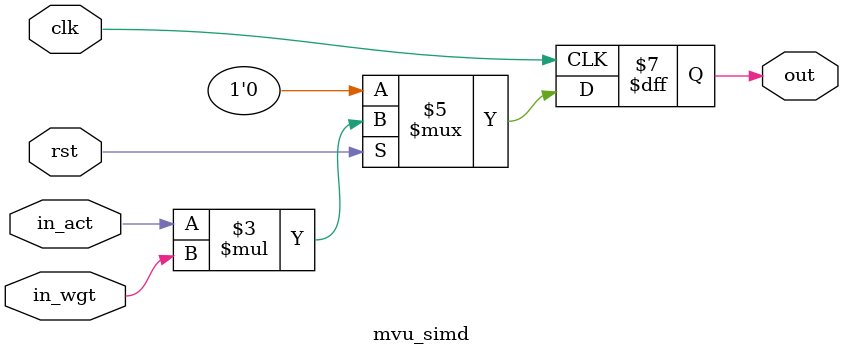
<source format=sv>
/*******************************************************************************
 *
 *  Authors: Syed Asad Alam <syed.asad.alam@tcd.ie>
 *
 *  \file mvu_pe.sv
 *
 * This file lists an RTL implementation of a SIMD unit
 * It is part of a processing elemtn
 * which is part of the Matrix-Vector-Multiplication Unit
 *
 * This material is based upon work supported, in part, by Science Foundation
 * Ireland, www.sfi.ie under Grant No. 13/RC/2094 and, in part, by the 
 * European Union's Horizon 2020 research and innovation programme under the 
 * Marie Sklodowska-Curie grant agreement Grant No.754489. 
 * 
 *******************************************************************************/


/*************************************************
 * SIMD unit
 * Performs multiplication of two data
 * **********************************************/

// Including the package definition file
`include "mvau_defn.pkg" // compile the package file

module mvu_simd #(parameter int TI=1,
		  parameter int TW=1,
		  parameter int TO=1)
   ( input logic rst,
     input logic 	   clk,
     input logic [TI-1:0]  in_act, //Input activation
     input logic [TW-1:0]  in_wgt, //Input weight
     output logic [TO-1:0] out); //Output   

   /***************************************
    * SIMD only performs multiplication
    * ************************************/
   always_ff @(posedge clk) begin: SIMD_MUL
      if(!rst)
	out <= 'd0;
      else
	out <= in_act*in_wgt;
   end

endmodule // mvu_simd


</source>
